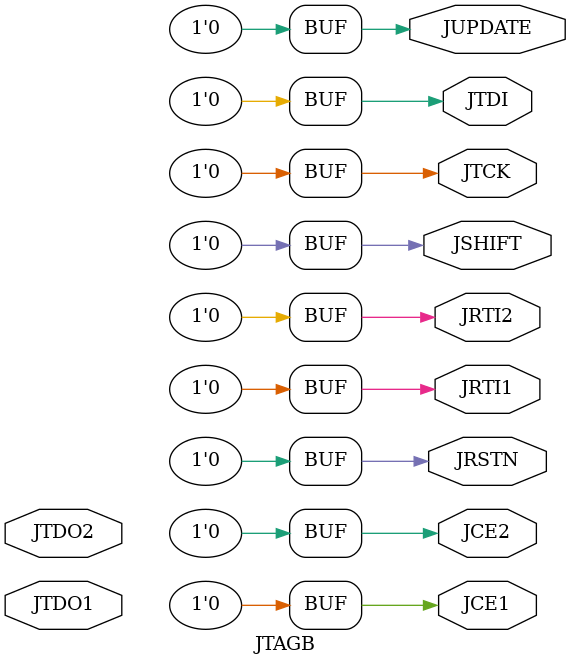
<source format=v>
module JTAGB(	// file.cleaned.mlir:2:3
  input  JTDO1,	// file.cleaned.mlir:2:23
         JTDO2,	// file.cleaned.mlir:2:39
  output JTCK,	// file.cleaned.mlir:2:56
         JRTI1,	// file.cleaned.mlir:2:71
         JRTI2,	// file.cleaned.mlir:2:87
         JTDI,	// file.cleaned.mlir:2:103
         JSHIFT,	// file.cleaned.mlir:2:118
         JUPDATE,	// file.cleaned.mlir:2:135
         JRSTN,	// file.cleaned.mlir:2:153
         JCE1,	// file.cleaned.mlir:2:169
         JCE2	// file.cleaned.mlir:2:184
);

  assign JTCK = 1'h0;	// file.cleaned.mlir:3:14, :4:5
  assign JRTI1 = 1'h0;	// file.cleaned.mlir:3:14, :4:5
  assign JRTI2 = 1'h0;	// file.cleaned.mlir:3:14, :4:5
  assign JTDI = 1'h0;	// file.cleaned.mlir:3:14, :4:5
  assign JSHIFT = 1'h0;	// file.cleaned.mlir:3:14, :4:5
  assign JUPDATE = 1'h0;	// file.cleaned.mlir:3:14, :4:5
  assign JRSTN = 1'h0;	// file.cleaned.mlir:3:14, :4:5
  assign JCE1 = 1'h0;	// file.cleaned.mlir:3:14, :4:5
  assign JCE2 = 1'h0;	// file.cleaned.mlir:3:14, :4:5
endmodule


</source>
